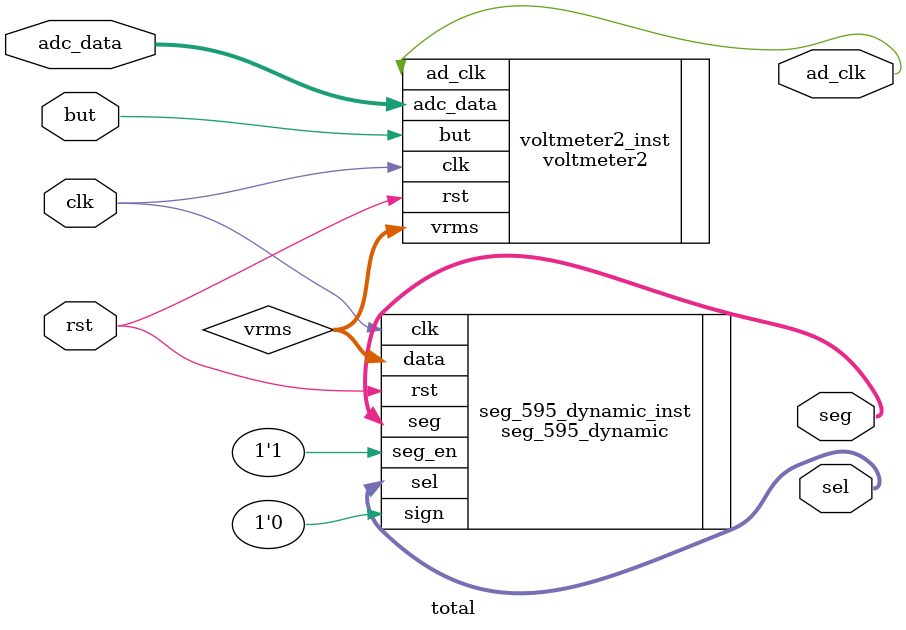
<source format=v>
`timescale 1ns / 1ps


module total(
input wire clk , //ÏµÍ³Ê±ÖÓ,50MHz
input wire rst , //¸´Î»ÐÅºÅ£¬µÍÓÐÐ§
input wire [7:0] adc_data , //ADÊäÈëÊý¾Ý
input wire but,
output wire ad_clk,//ADÇý¶¯Ê±ÖÓ,×î´óÖ§³Ö20MhzÊ±ÖÓ
//output wire [12:0] max, //Êý¾Ý×ª»»ºóµÄmaxµçÑ¹Öµ
output wire [3:0] sel, //ÊýÂë¹ÜÎ»Ñ¡ÐÅºÅ
output wire [7:0] seg //ÊýÂë¹Ü¶ÎÑ¡ÐÅºÅ
);
//wire [12:0] max; //Êý¾Ý×ª»»ºóµÄmaxµçÑ¹Öµ
wire [12:0] vrms;
//------------- adc_inst -------------
voltmeter2 voltmeter2_inst
(
.clk (clk ), //Ê±ÖÓ
.rst (rst ), //¸´Î»ÐÅºÅ£¬µÍµçÆ½ÓÐÐ§
.adc_data (adc_data ), //ADÊäÈëÊý¾Ý

.ad_clk (ad_clk ),//ADÇý¶¯Ê±ÖÓ,×î´óÖ§³Ö20MhzÊ±ÖÓ
//.max(max)
.vrms(vrms),
.but(but)
//.sign (sign ), //Õý¸º·ûºÅÎ»
//.volt (volt ) //Êý¾Ý×ª»»ºóµÄµçÑ¹Öµ
);
//------------- seg_595_dynamic_inst --------------
seg_595_dynamic seg_595_dynamic_inst
(
.clk (clk ), //ÏµÍ³Ê±ÖÓ£¬ÆµÂÊ50MHz
.rst (rst), //¸´Î»ÐÅºÅ£¬µÍÓÐÐ§
.data (vrms), //ÊýÂë¹ÜÒªÏÔÊ¾µÄÖµ
.seg_en (1'b1 ), //ÊýÂë¹ÜÊ¹ÄÜÐÅºÅ£¬¸ßµçÆ½ÓÐÐ§
.sign (1'b0 ), //·ûºÅÎ»£¬¸ßµçÆ½ÏÔÊ¾¸ººÅ
.sel(sel),
.seg(seg)
//point
//.stcp (stcp ), //Êä³öÊý¾Ý´æ´¢¼ÄÊ±ÖÓ
//.shcp (shcp ), //ÒÆÎ»¼Ä´æÆ÷µÄÊ±ÖÓÊäÈë
//.ds (ds ), //´®ÐÐÊý¾ÝÊäÈë
//.oe (oe ) //Êä³öÊ¹ÄÜÐÅºÅ
);
endmodule

</source>
